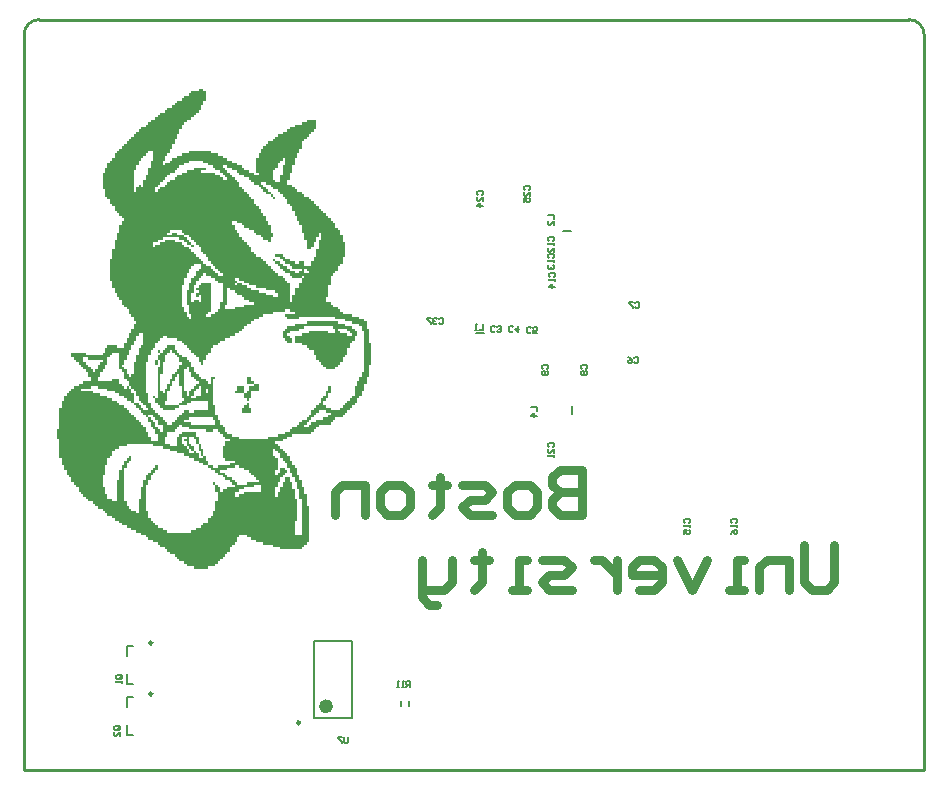
<source format=gbo>
%FSLAX44Y44*%
%MOMM*%
G71*
G01*
G75*
G04 Layer_Color=32896*
%ADD10R,1.8034X1.1176*%
%ADD11R,5.3000X5.3000*%
%ADD12O,1.6500X0.2700*%
%ADD13O,0.2700X1.6500*%
%ADD14R,1.2700X1.2700*%
%ADD15R,0.7000X0.9000*%
%ADD16R,0.8000X0.9000*%
%ADD17R,0.9000X0.8000*%
%ADD18R,2.5400X1.6510*%
G04:AMPARAMS|DCode=19|XSize=1.651mm|YSize=2.54mm|CornerRadius=0.4128mm|HoleSize=0mm|Usage=FLASHONLY|Rotation=270.000|XOffset=0mm|YOffset=0mm|HoleType=Round|Shape=RoundedRectangle|*
%AMROUNDEDRECTD19*
21,1,1.6510,1.7145,0,0,270.0*
21,1,0.8255,2.5400,0,0,270.0*
1,1,0.8255,-0.8572,-0.4128*
1,1,0.8255,-0.8572,0.4128*
1,1,0.8255,0.8572,0.4128*
1,1,0.8255,0.8572,-0.4128*
%
%ADD19ROUNDEDRECTD19*%
%ADD20R,0.9000X0.7000*%
%ADD21R,1.7000X1.1000*%
%ADD22R,1.0000X2.7000*%
%ADD23R,3.2000X2.7000*%
%ADD24R,0.6096X0.5588*%
%ADD25R,2.6924X1.1176*%
%ADD26R,0.5588X0.6096*%
%ADD27R,2.0000X6.0000*%
%ADD28R,1.4000X1.1000*%
%ADD29R,1.1000X1.7000*%
%ADD30R,1.1000X1.4000*%
G04:AMPARAMS|DCode=31|XSize=1mm|YSize=1.55mm|CornerRadius=0.25mm|HoleSize=0mm|Usage=FLASHONLY|Rotation=270.000|XOffset=0mm|YOffset=0mm|HoleType=Round|Shape=RoundedRectangle|*
%AMROUNDEDRECTD31*
21,1,1.0000,1.0500,0,0,270.0*
21,1,0.5000,1.5500,0,0,270.0*
1,1,0.5000,-0.5250,-0.2500*
1,1,0.5000,-0.5250,0.2500*
1,1,0.5000,0.5250,0.2500*
1,1,0.5000,0.5250,-0.2500*
%
%ADD31ROUNDEDRECTD31*%
%ADD32R,1.5500X1.0000*%
%ADD33R,3.3000X1.8000*%
%ADD34R,1.0000X1.5000*%
G04:AMPARAMS|DCode=35|XSize=1mm|YSize=1.5mm|CornerRadius=0.25mm|HoleSize=0mm|Usage=FLASHONLY|Rotation=180.000|XOffset=0mm|YOffset=0mm|HoleType=Round|Shape=RoundedRectangle|*
%AMROUNDEDRECTD35*
21,1,1.0000,1.0000,0,0,180.0*
21,1,0.5000,1.5000,0,0,180.0*
1,1,0.5000,-0.2500,0.5000*
1,1,0.5000,0.2500,0.5000*
1,1,0.5000,0.2500,-0.5000*
1,1,0.5000,-0.2500,-0.5000*
%
%ADD35ROUNDEDRECTD35*%
%ADD36R,2.3876X3.0988*%
%ADD37R,1.9812X0.4608*%
%ADD38R,0.6000X0.8500*%
%ADD39C,1.2700*%
%ADD40C,0.2032*%
%ADD41C,0.3048*%
%ADD42C,0.4064*%
%ADD43C,0.4277*%
%ADD44C,0.3999*%
%ADD45C,0.4572*%
%ADD46C,0.7620*%
%ADD47C,0.6350*%
%ADD48C,0.2540*%
%ADD49R,6.8580X10.1600*%
%ADD50R,8.8900X8.8900*%
%ADD51R,12.7000X8.8900*%
%ADD52R,1.5240X1.5240*%
%ADD53C,1.5240*%
%ADD54C,1.8000*%
%ADD55C,1.7272*%
%ADD56C,2.4000*%
%ADD57C,1.5000*%
%ADD58R,1.5000X1.5000*%
%ADD59R,1.5000X1.5000*%
%ADD60C,0.6350*%
%ADD61C,0.6096*%
%ADD62C,0.6600*%
%ADD63C,1.0160*%
%ADD64C,0.3810*%
%ADD65R,4.5720X4.4450*%
%ADD66R,6.9850X1.7780*%
%ADD67C,2.0320*%
G04:AMPARAMS|DCode=68|XSize=2.524mm|YSize=2.524mm|CornerRadius=0mm|HoleSize=0mm|Usage=FLASHONLY|Rotation=0.000|XOffset=0mm|YOffset=0mm|HoleType=Round|Shape=Relief|Width=0.254mm|Gap=0.254mm|Entries=4|*
%AMTHD68*
7,0,0,2.5240,2.0160,0.2540,45*
%
%ADD68THD68*%
%ADD69C,2.0160*%
%ADD70C,2.0828*%
%ADD71C,2.8160*%
%ADD72C,1.9160*%
G04:AMPARAMS|DCode=73|XSize=2.424mm|YSize=2.424mm|CornerRadius=0mm|HoleSize=0mm|Usage=FLASHONLY|Rotation=0.000|XOffset=0mm|YOffset=0mm|HoleType=Round|Shape=Relief|Width=0.254mm|Gap=0.254mm|Entries=4|*
%AMTHD73*
7,0,0,2.4240,1.9160,0.2540,45*
%
%ADD73THD73*%
%ADD74C,1.3970*%
%ADD75C,1.3208*%
%ADD76C,1.3460*%
%ADD77R,4.4450X4.4450*%
G04:AMPARAMS|DCode=78|XSize=2.54mm|YSize=2.54mm|CornerRadius=0mm|HoleSize=0mm|Usage=FLASHONLY|Rotation=0.000|XOffset=0mm|YOffset=0mm|HoleType=Round|Shape=Relief|Width=0.254mm|Gap=0.254mm|Entries=4|*
%AMTHD78*
7,0,0,2.5400,2.0320,0.2540,45*
%
%ADD78THD78*%
G04:AMPARAMS|DCode=79|XSize=3.324mm|YSize=3.324mm|CornerRadius=0mm|HoleSize=0mm|Usage=FLASHONLY|Rotation=0.000|XOffset=0mm|YOffset=0mm|HoleType=Round|Shape=Relief|Width=0.254mm|Gap=0.254mm|Entries=4|*
%AMTHD79*
7,0,0,3.3240,2.8160,0.2540,45*
%
%ADD79THD79*%
%ADD80R,1.8000X0.7000*%
G04:AMPARAMS|DCode=81|XSize=0.7mm|YSize=1.8mm|CornerRadius=0.175mm|HoleSize=0mm|Usage=FLASHONLY|Rotation=90.000|XOffset=0mm|YOffset=0mm|HoleType=Round|Shape=RoundedRectangle|*
%AMROUNDEDRECTD81*
21,1,0.7000,1.4500,0,0,90.0*
21,1,0.3500,1.8000,0,0,90.0*
1,1,0.3500,0.7250,0.1750*
1,1,0.3500,0.7250,-0.1750*
1,1,0.3500,-0.7250,-0.1750*
1,1,0.3500,-0.7250,0.1750*
%
%ADD81ROUNDEDRECTD81*%
%ADD82O,1.8500X0.3500*%
%ADD83C,0.6000*%
%ADD84C,0.2500*%
%ADD85C,0.1524*%
%ADD86C,0.1270*%
%ADD87C,0.2000*%
%ADD88C,0.1778*%
%ADD89R,8.1280X3.3020*%
%ADD90R,1.9558X1.2700*%
%ADD91R,5.4524X5.4524*%
%ADD92O,1.8024X0.4224*%
%ADD93O,0.4224X1.8024*%
%ADD94R,1.4224X1.4224*%
%ADD95R,0.8524X1.0524*%
%ADD96R,0.9524X1.0524*%
%ADD97R,1.0524X0.9524*%
%ADD98R,2.6924X1.8034*%
G04:AMPARAMS|DCode=99|XSize=1.8034mm|YSize=2.6924mm|CornerRadius=0.4508mm|HoleSize=0mm|Usage=FLASHONLY|Rotation=270.000|XOffset=0mm|YOffset=0mm|HoleType=Round|Shape=RoundedRectangle|*
%AMROUNDEDRECTD99*
21,1,1.8034,1.7907,0,0,270.0*
21,1,0.9017,2.6924,0,0,270.0*
1,1,0.9017,-0.8953,-0.4508*
1,1,0.9017,-0.8953,0.4508*
1,1,0.9017,0.8953,0.4508*
1,1,0.9017,0.8953,-0.4508*
%
%ADD99ROUNDEDRECTD99*%
%ADD100R,1.0524X0.8524*%
%ADD101R,1.8524X1.2524*%
%ADD102R,1.1524X2.8524*%
%ADD103R,3.3524X2.8524*%
%ADD104R,0.7620X0.7112*%
%ADD105R,2.8448X1.2700*%
%ADD106R,0.7112X0.7620*%
%ADD107R,2.1524X6.1524*%
%ADD108R,1.5524X1.2524*%
%ADD109R,1.2524X1.8524*%
%ADD110R,1.2524X1.5524*%
G04:AMPARAMS|DCode=111|XSize=1.1524mm|YSize=1.7024mm|CornerRadius=0.2881mm|HoleSize=0mm|Usage=FLASHONLY|Rotation=270.000|XOffset=0mm|YOffset=0mm|HoleType=Round|Shape=RoundedRectangle|*
%AMROUNDEDRECTD111*
21,1,1.1524,1.1262,0,0,270.0*
21,1,0.5762,1.7024,0,0,270.0*
1,1,0.5762,-0.5631,-0.2881*
1,1,0.5762,-0.5631,0.2881*
1,1,0.5762,0.5631,0.2881*
1,1,0.5762,0.5631,-0.2881*
%
%ADD111ROUNDEDRECTD111*%
%ADD112R,1.7024X1.1524*%
%ADD113R,3.4524X1.9524*%
%ADD114R,1.1524X1.6524*%
G04:AMPARAMS|DCode=115|XSize=1.1524mm|YSize=1.6524mm|CornerRadius=0.2881mm|HoleSize=0mm|Usage=FLASHONLY|Rotation=180.000|XOffset=0mm|YOffset=0mm|HoleType=Round|Shape=RoundedRectangle|*
%AMROUNDEDRECTD115*
21,1,1.1524,1.0762,0,0,180.0*
21,1,0.5762,1.6524,0,0,180.0*
1,1,0.5762,-0.2881,0.5381*
1,1,0.5762,0.2881,0.5381*
1,1,0.5762,0.2881,-0.5381*
1,1,0.5762,-0.2881,-0.5381*
%
%ADD115ROUNDEDRECTD115*%
%ADD116R,2.5400X3.2512*%
%ADD117R,2.1336X0.6132*%
%ADD118R,0.7524X1.0024*%
%ADD119R,1.6764X1.6764*%
%ADD120C,1.6764*%
%ADD121C,1.9524*%
%ADD122C,1.8796*%
%ADD123C,2.5524*%
%ADD124C,1.6524*%
%ADD125R,1.6524X1.6524*%
%ADD126R,1.6524X1.6524*%
%ADD127C,0.7874*%
%ADD128C,0.7620*%
%ADD129R,1.9524X0.8524*%
G04:AMPARAMS|DCode=130|XSize=0.8524mm|YSize=1.9524mm|CornerRadius=0.2131mm|HoleSize=0mm|Usage=FLASHONLY|Rotation=90.000|XOffset=0mm|YOffset=0mm|HoleType=Round|Shape=RoundedRectangle|*
%AMROUNDEDRECTD130*
21,1,0.8524,1.5262,0,0,90.0*
21,1,0.4262,1.9524,0,0,90.0*
1,1,0.4262,0.7631,0.2131*
1,1,0.4262,0.7631,-0.2131*
1,1,0.4262,-0.7631,-0.2131*
1,1,0.4262,-0.7631,0.2131*
%
%ADD130ROUNDEDRECTD130*%
%ADD131O,2.0024X0.5024*%
%ADD132C,0.8124*%
G36*
X342392Y770128D02*
X344424D01*
Y762000D01*
X342392D01*
Y757936D01*
X340360D01*
Y753872D01*
X338328D01*
Y751840D01*
X336296D01*
Y749808D01*
X334264D01*
Y747776D01*
X332232D01*
Y745744D01*
X328168D01*
Y743712D01*
X326136D01*
Y741680D01*
X324104D01*
Y737616D01*
X322072D01*
Y733552D01*
X320040D01*
Y729488D01*
X318008D01*
Y725424D01*
X315976D01*
Y721360D01*
X313944D01*
Y717296D01*
X311912D01*
Y715264D01*
X309880D01*
Y711200D01*
X307848D01*
Y707136D01*
X309880D01*
Y709168D01*
X313944D01*
Y711200D01*
X315976D01*
Y713232D01*
X320040D01*
Y715264D01*
X324104D01*
Y717296D01*
X330200D01*
Y719328D01*
X348488D01*
Y717296D01*
X354584D01*
Y715264D01*
X358648D01*
Y713232D01*
X362712D01*
Y711200D01*
X366776D01*
Y709168D01*
X370840D01*
Y707136D01*
X374904D01*
Y705104D01*
X376936D01*
Y703072D01*
X381000D01*
Y701040D01*
X385064D01*
Y699008D01*
X389128D01*
Y701040D01*
X387096D01*
Y713232D01*
X389128D01*
Y717296D01*
X391160D01*
Y721360D01*
X393192D01*
Y723392D01*
X395224D01*
Y725424D01*
X397256D01*
Y727456D01*
X401320D01*
Y729488D01*
X403352D01*
Y731520D01*
X405384D01*
Y733552D01*
X409448D01*
Y735584D01*
X413512D01*
Y737616D01*
X415544D01*
Y739648D01*
X419608D01*
Y741680D01*
X425704D01*
Y743712D01*
X429768D01*
Y745744D01*
X437896D01*
Y737616D01*
X435864D01*
Y735584D01*
X433832D01*
Y733552D01*
X431800D01*
Y731520D01*
X429768D01*
Y729488D01*
X427736D01*
Y727456D01*
X425704D01*
Y721360D01*
X423672D01*
Y717296D01*
X421640D01*
Y713232D01*
X419608D01*
Y707136D01*
X417576D01*
Y701040D01*
X415544D01*
Y694944D01*
X413512D01*
Y690880D01*
X417576D01*
Y688848D01*
X419608D01*
Y686816D01*
X421640D01*
Y684784D01*
X425704D01*
Y682752D01*
X427736D01*
Y680720D01*
X431800D01*
Y678688D01*
X433832D01*
Y676656D01*
X435864D01*
Y674624D01*
X437896D01*
Y672592D01*
X439928D01*
Y670560D01*
X441960D01*
Y668528D01*
X443992D01*
Y666496D01*
X446024D01*
Y664464D01*
X448056D01*
Y662432D01*
X450088D01*
Y660400D01*
X452120D01*
Y658368D01*
X454152D01*
Y654304D01*
X456184D01*
Y652272D01*
X458216D01*
Y648208D01*
X460248D01*
Y642112D01*
X462280D01*
Y629920D01*
X460248D01*
Y623824D01*
X458216D01*
Y621792D01*
X456184D01*
Y617728D01*
X454152D01*
Y615696D01*
X452120D01*
Y613664D01*
X450088D01*
Y605536D01*
X448056D01*
Y595376D01*
X446024D01*
Y591312D01*
X450088D01*
Y589280D01*
X452120D01*
Y587248D01*
X456184D01*
Y585216D01*
X458216D01*
Y583184D01*
X460248D01*
Y581152D01*
X468376D01*
Y579120D01*
X474472D01*
Y577088D01*
X478536D01*
Y575056D01*
X480568D01*
Y568960D01*
X482600D01*
Y556768D01*
X484632D01*
Y538480D01*
X482600D01*
Y528320D01*
X480568D01*
Y522224D01*
X478536D01*
Y516128D01*
X476504D01*
Y512064D01*
X474472D01*
Y510032D01*
X472440D01*
Y505968D01*
X470408D01*
Y503936D01*
X468376D01*
Y501904D01*
X466344D01*
Y499872D01*
X464312D01*
Y497840D01*
X462280D01*
Y495808D01*
X460248D01*
Y493776D01*
X454152D01*
Y491744D01*
X452120D01*
Y489712D01*
X450088D01*
Y487680D01*
X439928D01*
Y485648D01*
X437896D01*
Y483616D01*
X435864D01*
Y481584D01*
X433832D01*
Y479552D01*
X417576D01*
Y477520D01*
X413512D01*
Y475488D01*
X409448D01*
Y473456D01*
X403352D01*
Y471424D01*
X405384D01*
Y469392D01*
X407416D01*
Y467360D01*
X409448D01*
Y465328D01*
X411480D01*
Y463296D01*
X413512D01*
Y461264D01*
X415544D01*
Y457200D01*
X417576D01*
Y453136D01*
X419608D01*
Y451104D01*
X421640D01*
Y445008D01*
X423672D01*
Y440944D01*
X425704D01*
Y434848D01*
X427736D01*
Y428752D01*
X429768D01*
Y418592D01*
X431800D01*
Y388112D01*
X429768D01*
Y386080D01*
X427736D01*
Y384048D01*
X425704D01*
Y382016D01*
X407416D01*
Y384048D01*
X401320D01*
Y386080D01*
X393192D01*
Y388112D01*
X387096D01*
Y390144D01*
X383032D01*
Y392176D01*
X378968D01*
Y394208D01*
X372872D01*
Y392176D01*
X370840D01*
Y388112D01*
X368808D01*
Y386080D01*
X366776D01*
Y384048D01*
X364744D01*
Y379984D01*
X362712D01*
Y377952D01*
X360680D01*
Y375920D01*
X358648D01*
Y373888D01*
X356616D01*
Y371856D01*
X354584D01*
Y369824D01*
X352552D01*
Y367792D01*
X346456D01*
Y365760D01*
X334264D01*
Y367792D01*
X328168D01*
Y369824D01*
X326136D01*
Y371856D01*
X322072D01*
Y373888D01*
X320040D01*
Y375920D01*
X318008D01*
Y377952D01*
X313944D01*
Y379984D01*
X311912D01*
Y382016D01*
X309880D01*
Y384048D01*
X305816D01*
Y386080D01*
X303784D01*
Y388112D01*
X299720D01*
Y390144D01*
X295656D01*
Y392176D01*
X293624D01*
Y394208D01*
X289560D01*
Y396240D01*
X285496D01*
Y398272D01*
X281432D01*
Y400304D01*
X277368D01*
Y402336D01*
X273304D01*
Y404368D01*
X271272D01*
Y406400D01*
X267208D01*
Y408432D01*
X265176D01*
Y410464D01*
X261112D01*
Y412496D01*
X259080D01*
Y414528D01*
X257048D01*
Y416560D01*
X252984D01*
Y418592D01*
X250952D01*
Y420624D01*
X248920D01*
Y422656D01*
X244856D01*
Y424688D01*
X242824D01*
Y426720D01*
X240792D01*
Y428752D01*
X238760D01*
Y430784D01*
X236728D01*
Y434848D01*
X234696D01*
Y436880D01*
X232664D01*
Y438912D01*
X230632D01*
Y442976D01*
X228600D01*
Y445008D01*
X226568D01*
Y449072D01*
X224536D01*
Y453136D01*
X222504D01*
Y459232D01*
X220472D01*
Y475488D01*
X218440D01*
Y483616D01*
X220472D01*
Y501904D01*
X222504D01*
Y508000D01*
X224536D01*
Y512064D01*
X226568D01*
Y514096D01*
X228600D01*
Y516128D01*
X230632D01*
Y518160D01*
X232664D01*
Y520192D01*
X236728D01*
Y522224D01*
X240792D01*
Y524256D01*
X246888D01*
Y528320D01*
X244856D01*
Y532384D01*
X242824D01*
Y534416D01*
X240792D01*
Y536448D01*
X238760D01*
Y538480D01*
X236728D01*
Y540512D01*
X234696D01*
Y542544D01*
X232664D01*
Y544576D01*
X230632D01*
Y548640D01*
X242824D01*
Y546608D01*
X257048D01*
Y548640D01*
X259080D01*
Y552704D01*
X261112D01*
Y554736D01*
X269240D01*
Y552704D01*
X275336D01*
Y556768D01*
X277368D01*
Y560832D01*
X279400D01*
Y564896D01*
X281432D01*
Y568960D01*
X283464D01*
Y573024D01*
X285496D01*
Y575056D01*
X283464D01*
Y579120D01*
X281432D01*
Y581152D01*
X279400D01*
Y585216D01*
X277368D01*
Y587248D01*
X275336D01*
Y589280D01*
X273304D01*
Y593344D01*
X271272D01*
Y595376D01*
X269240D01*
Y599440D01*
X267208D01*
Y603504D01*
X265176D01*
Y609600D01*
X263144D01*
Y627888D01*
X265176D01*
Y636016D01*
X267208D01*
Y644144D01*
X269240D01*
Y650240D01*
X271272D01*
Y656336D01*
X273304D01*
Y660400D01*
X275336D01*
Y662432D01*
X273304D01*
Y664464D01*
X271272D01*
Y666496D01*
X269240D01*
Y668528D01*
X267208D01*
Y672592D01*
X265176D01*
Y674624D01*
X263144D01*
Y678688D01*
X261112D01*
Y680720D01*
X259080D01*
Y686816D01*
X257048D01*
Y701040D01*
X259080D01*
Y705104D01*
X261112D01*
Y709168D01*
X263144D01*
Y711200D01*
X265176D01*
Y713232D01*
X267208D01*
Y717296D01*
X269240D01*
Y719328D01*
X271272D01*
Y721360D01*
X273304D01*
Y723392D01*
X275336D01*
Y725424D01*
X277368D01*
Y727456D01*
X279400D01*
Y729488D01*
X281432D01*
Y731520D01*
X283464D01*
Y733552D01*
X285496D01*
Y735584D01*
X287528D01*
Y737616D01*
X289560D01*
Y739648D01*
X293624D01*
Y741680D01*
X295656D01*
Y743712D01*
X297688D01*
Y745744D01*
X301752D01*
Y747776D01*
X303784D01*
Y749808D01*
X305816D01*
Y751840D01*
X309880D01*
Y753872D01*
X311912D01*
Y755904D01*
X315976D01*
Y757936D01*
X318008D01*
Y759968D01*
X320040D01*
Y762000D01*
X324104D01*
Y764032D01*
X326136D01*
Y766064D01*
X330200D01*
Y768096D01*
X332232D01*
Y770128D01*
X338328D01*
Y772160D01*
X342392D01*
Y770128D01*
D02*
G37*
%LPC*%
G36*
X340360Y520192D02*
X338328D01*
Y518160D01*
X336296D01*
Y516128D01*
X334264D01*
Y514096D01*
Y512064D01*
X332232D01*
Y510032D01*
X336296D01*
Y512064D01*
X340360D01*
Y514096D01*
Y516128D01*
Y518160D01*
Y520192D01*
D02*
G37*
G36*
X271272Y548640D02*
X265176D01*
Y546608D01*
X263144D01*
Y544576D01*
X261112D01*
Y542544D01*
Y540512D01*
Y538480D01*
X259080D01*
Y536448D01*
Y534416D01*
X257048D01*
Y532384D01*
X255016D01*
Y530352D01*
Y528320D01*
X252984D01*
Y526288D01*
Y524256D01*
X265176D01*
Y526288D01*
X271272D01*
Y524256D01*
Y522224D01*
X273304D01*
Y520192D01*
X275336D01*
Y518160D01*
X277368D01*
Y520192D01*
X279400D01*
Y518160D01*
X281432D01*
Y516128D01*
Y514096D01*
X283464D01*
Y512064D01*
Y510032D01*
Y508000D01*
Y505968D01*
X287528D01*
Y503936D01*
X289560D01*
Y501904D01*
X291592D01*
Y499872D01*
X295656D01*
Y501904D01*
X293624D01*
Y503936D01*
X291592D01*
Y505968D01*
X289560D01*
Y508000D01*
X287528D01*
Y510032D01*
Y512064D01*
X285496D01*
Y514096D01*
Y516128D01*
X283464D01*
Y518160D01*
X281432D01*
Y520192D01*
X279400D01*
Y522224D01*
Y524256D01*
X277368D01*
Y526288D01*
X275336D01*
Y528320D01*
Y530352D01*
Y532384D01*
X273304D01*
Y534416D01*
X271272D01*
Y536448D01*
Y538480D01*
Y540512D01*
Y542544D01*
Y544576D01*
Y546608D01*
Y548640D01*
D02*
G37*
G36*
X446024Y499872D02*
X439928D01*
Y497840D01*
X437896D01*
Y495808D01*
X435864D01*
Y493776D01*
X433832D01*
Y491744D01*
X431800D01*
Y489712D01*
X429768D01*
Y487680D01*
X427736D01*
Y485648D01*
X431800D01*
Y487680D01*
X433832D01*
Y489712D01*
X437896D01*
Y491744D01*
X443992D01*
Y493776D01*
X448056D01*
Y495808D01*
X450088D01*
Y497840D01*
X446024D01*
Y499872D01*
D02*
G37*
G36*
X350520Y493776D02*
X330200D01*
Y491744D01*
X326136D01*
Y489712D01*
X332232D01*
Y487680D01*
X352552D01*
Y489712D01*
Y491744D01*
X350520D01*
Y493776D01*
D02*
G37*
G36*
X346456Y518160D02*
X344424D01*
Y516128D01*
Y514096D01*
X346456D01*
Y516128D01*
Y518160D01*
D02*
G37*
G36*
X291592Y564896D02*
X287528D01*
Y562864D01*
X285496D01*
Y560832D01*
Y558800D01*
X283464D01*
Y556768D01*
Y554736D01*
X281432D01*
Y552704D01*
Y550672D01*
X279400D01*
Y548640D01*
Y546608D01*
X277368D01*
Y544576D01*
Y542544D01*
X275336D01*
Y540512D01*
Y538480D01*
X273304D01*
Y536448D01*
X275336D01*
Y534416D01*
X277368D01*
Y532384D01*
Y530352D01*
X279400D01*
Y528320D01*
X281432D01*
Y530352D01*
X283464D01*
Y532384D01*
Y534416D01*
Y536448D01*
Y538480D01*
Y540512D01*
X285496D01*
Y542544D01*
Y544576D01*
Y546608D01*
X287528D01*
Y548640D01*
Y550672D01*
Y552704D01*
X289560D01*
Y554736D01*
X291592D01*
Y556768D01*
Y558800D01*
Y560832D01*
Y562864D01*
Y564896D01*
D02*
G37*
G36*
X330200Y536448D02*
X328168D01*
Y534416D01*
X326136D01*
Y532384D01*
Y530352D01*
Y528320D01*
Y526288D01*
Y524256D01*
Y522224D01*
Y520192D01*
Y518160D01*
Y516128D01*
X328168D01*
Y514096D01*
Y512064D01*
X330200D01*
Y514096D01*
Y516128D01*
X332232D01*
Y518160D01*
X334264D01*
Y520192D01*
X336296D01*
Y522224D01*
X338328D01*
Y524256D01*
X336296D01*
Y526288D01*
X334264D01*
Y528320D01*
X332232D01*
Y530352D01*
Y532384D01*
X330200D01*
Y534416D01*
Y536448D01*
D02*
G37*
G36*
X315976Y550672D02*
X313944D01*
Y548640D01*
X311912D01*
Y546608D01*
X309880D01*
Y544576D01*
Y542544D01*
Y540512D01*
X307848D01*
Y538480D01*
Y536448D01*
Y534416D01*
Y532384D01*
Y530352D01*
X305816D01*
Y528320D01*
Y526288D01*
Y524256D01*
Y522224D01*
Y520192D01*
Y518160D01*
Y516128D01*
X307848D01*
Y514096D01*
X309880D01*
Y516128D01*
Y518160D01*
X311912D01*
Y520192D01*
Y522224D01*
X313944D01*
Y524256D01*
Y526288D01*
X315976D01*
Y528320D01*
Y530352D01*
X318008D01*
Y532384D01*
X320040D01*
Y534416D01*
X322072D01*
Y536448D01*
Y538480D01*
X324104D01*
Y540512D01*
X322072D01*
Y542544D01*
Y544576D01*
X320040D01*
Y546608D01*
X318008D01*
Y548640D01*
X315976D01*
Y550672D01*
D02*
G37*
G36*
X299720Y471424D02*
X277368D01*
Y469392D01*
X271272D01*
Y467360D01*
X267208D01*
Y465328D01*
X265176D01*
Y463296D01*
Y461264D01*
X263144D01*
Y459232D01*
X261112D01*
Y457200D01*
Y455168D01*
Y453136D01*
X259080D01*
Y451104D01*
Y449072D01*
Y447040D01*
Y445008D01*
X257048D01*
Y442976D01*
Y440944D01*
Y438912D01*
Y436880D01*
Y434848D01*
X259080D01*
Y432816D01*
Y430784D01*
Y428752D01*
X261112D01*
Y426720D01*
Y424688D01*
X265176D01*
Y422656D01*
X269240D01*
Y424688D01*
Y426720D01*
Y428752D01*
Y430784D01*
Y432816D01*
Y434848D01*
Y436880D01*
Y438912D01*
Y440944D01*
X271272D01*
Y442976D01*
Y445008D01*
Y447040D01*
Y449072D01*
X273304D01*
Y451104D01*
Y453136D01*
X275336D01*
Y455168D01*
Y457200D01*
X277368D01*
Y459232D01*
X279400D01*
Y461264D01*
X281432D01*
Y459232D01*
Y457200D01*
X279400D01*
Y455168D01*
X277368D01*
Y453136D01*
Y451104D01*
X275336D01*
Y449072D01*
Y447040D01*
Y445008D01*
Y442976D01*
Y440944D01*
Y438912D01*
Y436880D01*
Y434848D01*
Y432816D01*
Y430784D01*
Y428752D01*
Y426720D01*
Y424688D01*
Y422656D01*
X277368D01*
Y420624D01*
Y418592D01*
X279400D01*
Y416560D01*
X281432D01*
Y414528D01*
X285496D01*
Y412496D01*
X287528D01*
Y414528D01*
Y416560D01*
Y418592D01*
Y420624D01*
Y422656D01*
Y424688D01*
X289560D01*
Y426720D01*
Y428752D01*
Y430784D01*
Y432816D01*
Y434848D01*
X291592D01*
Y436880D01*
Y438912D01*
Y440944D01*
X293624D01*
Y442976D01*
Y445008D01*
X295656D01*
Y447040D01*
X297688D01*
Y449072D01*
X299720D01*
Y451104D01*
X301752D01*
Y453136D01*
X303784D01*
Y451104D01*
Y449072D01*
X301752D01*
Y447040D01*
X299720D01*
Y445008D01*
X297688D01*
Y442976D01*
Y440944D01*
X295656D01*
Y438912D01*
Y436880D01*
X293624D01*
Y434848D01*
Y432816D01*
Y430784D01*
Y428752D01*
Y426720D01*
Y424688D01*
Y422656D01*
Y420624D01*
Y418592D01*
Y416560D01*
Y414528D01*
X295656D01*
Y412496D01*
Y410464D01*
Y408432D01*
X297688D01*
Y406400D01*
X299720D01*
Y404368D01*
X301752D01*
Y402336D01*
X303784D01*
Y400304D01*
X307848D01*
Y398272D01*
X311912D01*
Y396240D01*
X332232D01*
Y398272D01*
X336296D01*
Y400304D01*
X340360D01*
Y402336D01*
X342392D01*
Y404368D01*
X346456D01*
Y406400D01*
Y408432D01*
X348488D01*
Y410464D01*
X350520D01*
Y412496D01*
Y414528D01*
X352552D01*
Y416560D01*
Y418592D01*
Y420624D01*
Y422656D01*
X354584D01*
Y424688D01*
Y426720D01*
Y428752D01*
Y430784D01*
X352552D01*
Y432816D01*
Y434848D01*
Y436880D01*
X350520D01*
Y438912D01*
X352552D01*
Y436880D01*
X354584D01*
Y434848D01*
X356616D01*
Y432816D01*
Y430784D01*
X358648D01*
Y432816D01*
X362712D01*
Y434848D01*
X368808D01*
Y436880D01*
X366776D01*
Y438912D01*
X364744D01*
Y440944D01*
X360680D01*
Y442976D01*
X358648D01*
Y445008D01*
X354584D01*
Y447040D01*
X352552D01*
Y449072D01*
X348488D01*
Y451104D01*
X346456D01*
Y453136D01*
X342392D01*
Y455168D01*
X338328D01*
Y457200D01*
X334264D01*
Y459232D01*
X330200D01*
Y461264D01*
X326136D01*
Y463296D01*
X320040D01*
Y465328D01*
X313944D01*
Y467360D01*
X307848D01*
Y469392D01*
X299720D01*
Y471424D01*
D02*
G37*
G36*
X372872Y453136D02*
X368808D01*
Y451104D01*
X362712D01*
Y449072D01*
X356616D01*
Y447040D01*
X360680D01*
Y445008D01*
X362712D01*
Y442976D01*
X366776D01*
Y440944D01*
X368808D01*
Y438912D01*
X370840D01*
Y436880D01*
X378968D01*
Y438912D01*
X389128D01*
Y440944D01*
X387096D01*
Y442976D01*
X385064D01*
Y445008D01*
X383032D01*
Y447040D01*
X381000D01*
Y449072D01*
X376936D01*
Y451104D01*
X372872D01*
Y453136D01*
D02*
G37*
G36*
X403352Y467360D02*
X401320D01*
Y465328D01*
Y463296D01*
Y461264D01*
X403352D01*
Y459232D01*
X405384D01*
Y457200D01*
Y455168D01*
Y453136D01*
Y451104D01*
Y449072D01*
X403352D01*
Y447040D01*
Y445008D01*
X405384D01*
Y447040D01*
X407416D01*
Y449072D01*
Y451104D01*
X411480D01*
Y449072D01*
X413512D01*
Y447040D01*
X411480D01*
Y445008D01*
X409448D01*
Y442976D01*
X407416D01*
Y440944D01*
Y438912D01*
X405384D01*
Y436880D01*
Y434848D01*
X403352D01*
Y432816D01*
Y430784D01*
Y428752D01*
Y426720D01*
X405384D01*
Y428752D01*
Y430784D01*
X407416D01*
Y432816D01*
Y434848D01*
X409448D01*
Y436880D01*
Y438912D01*
X411480D01*
Y440944D01*
Y442976D01*
X415544D01*
Y440944D01*
Y438912D01*
X417576D01*
Y436880D01*
Y434848D01*
Y432816D01*
X419608D01*
Y430784D01*
Y428752D01*
Y426720D01*
Y424688D01*
X421640D01*
Y422656D01*
Y420624D01*
Y418592D01*
Y416560D01*
Y414528D01*
Y412496D01*
Y410464D01*
Y408432D01*
Y406400D01*
X419608D01*
Y404368D01*
Y402336D01*
Y400304D01*
Y398272D01*
Y396240D01*
Y394208D01*
X425704D01*
Y396240D01*
Y398272D01*
Y400304D01*
Y402336D01*
Y404368D01*
Y406400D01*
Y408432D01*
Y410464D01*
Y412496D01*
Y414528D01*
Y416560D01*
Y418592D01*
Y420624D01*
Y422656D01*
Y424688D01*
X423672D01*
Y426720D01*
Y428752D01*
Y430784D01*
Y432816D01*
X421640D01*
Y434848D01*
Y436880D01*
Y438912D01*
X419608D01*
Y440944D01*
Y442976D01*
X417576D01*
Y445008D01*
Y447040D01*
X415544D01*
Y449072D01*
Y451104D01*
X413512D01*
Y453136D01*
Y455168D01*
X411480D01*
Y457200D01*
X409448D01*
Y459232D01*
X407416D01*
Y461264D01*
Y463296D01*
X405384D01*
Y465328D01*
X403352D01*
Y467360D01*
D02*
G37*
G36*
X391160Y436880D02*
X385064D01*
Y434848D01*
X376936D01*
Y432816D01*
X372872D01*
Y430784D01*
X368808D01*
Y428752D01*
Y426720D01*
X372872D01*
Y428752D01*
X376936D01*
Y430784D01*
X391160D01*
Y432816D01*
Y434848D01*
Y436880D01*
D02*
G37*
G36*
X324104Y487680D02*
X322072D01*
Y485648D01*
X320040D01*
Y483616D01*
X318008D01*
Y481584D01*
X311912D01*
Y479552D01*
Y477520D01*
X309880D01*
Y475488D01*
Y473456D01*
Y471424D01*
X313944D01*
Y469392D01*
X320040D01*
Y471424D01*
Y473456D01*
Y475488D01*
Y477520D01*
X322072D01*
Y479552D01*
X324104D01*
Y481584D01*
X336296D01*
Y479552D01*
Y477520D01*
X338328D01*
Y475488D01*
Y473456D01*
Y471424D01*
X340360D01*
Y469392D01*
Y467360D01*
X342392D01*
Y465328D01*
Y463296D01*
Y461264D01*
X344424D01*
Y459232D01*
Y457200D01*
X346456D01*
Y455168D01*
Y453136D01*
X350520D01*
Y451104D01*
X354584D01*
Y453136D01*
X364744D01*
Y455168D01*
X368808D01*
Y457200D01*
X360680D01*
Y459232D01*
X358648D01*
Y461264D01*
Y463296D01*
Y465328D01*
Y467360D01*
Y469392D01*
X360680D01*
Y471424D01*
Y473456D01*
X364744D01*
Y475488D01*
X360680D01*
Y477520D01*
X358648D01*
Y479552D01*
X356616D01*
Y481584D01*
X354584D01*
Y483616D01*
X350520D01*
Y481584D01*
X344424D01*
Y483616D01*
X330200D01*
Y485648D01*
X324104D01*
Y487680D01*
D02*
G37*
G36*
X252984Y520192D02*
X246888D01*
Y518160D01*
X238760D01*
Y516128D01*
X248920D01*
Y514096D01*
X255016D01*
Y512064D01*
X261112D01*
Y510032D01*
X265176D01*
Y508000D01*
X269240D01*
Y505968D01*
X271272D01*
Y503936D01*
X275336D01*
Y501904D01*
X277368D01*
Y499872D01*
X279400D01*
Y497840D01*
X281432D01*
Y495808D01*
X283464D01*
Y493776D01*
X285496D01*
Y491744D01*
X287528D01*
Y489712D01*
X289560D01*
Y487680D01*
X291592D01*
Y485648D01*
X293624D01*
Y483616D01*
Y481584D01*
X295656D01*
Y479552D01*
Y477520D01*
X297688D01*
Y475488D01*
Y473456D01*
X303784D01*
Y475488D01*
Y477520D01*
Y479552D01*
X301752D01*
Y481584D01*
Y483616D01*
X299720D01*
Y485648D01*
X297688D01*
Y487680D01*
Y489712D01*
X295656D01*
Y491744D01*
Y493776D01*
X293624D01*
Y495808D01*
X291592D01*
Y497840D01*
X289560D01*
Y499872D01*
X287528D01*
Y501904D01*
X285496D01*
Y503936D01*
X283464D01*
Y505968D01*
X281432D01*
Y508000D01*
X277368D01*
Y510032D01*
X275336D01*
Y512064D01*
X271272D01*
Y514096D01*
X267208D01*
Y516128D01*
X261112D01*
Y518160D01*
X252984D01*
Y520192D01*
D02*
G37*
G36*
X299720Y495808D02*
X295656D01*
Y493776D01*
X297688D01*
Y491744D01*
X299720D01*
Y489712D01*
X301752D01*
Y487680D01*
Y485648D01*
X303784D01*
Y483616D01*
X305816D01*
Y481584D01*
X307848D01*
Y483616D01*
Y485648D01*
Y487680D01*
X303784D01*
Y489712D01*
Y491744D01*
X301752D01*
Y493776D01*
X299720D01*
Y495808D01*
D02*
G37*
G36*
X334264Y477520D02*
X330200D01*
Y475488D01*
Y473456D01*
Y471424D01*
X332232D01*
Y469392D01*
X334264D01*
Y467360D01*
Y465328D01*
X336296D01*
Y463296D01*
X338328D01*
Y461264D01*
Y459232D01*
X342392D01*
Y461264D01*
X340360D01*
Y463296D01*
Y465328D01*
X338328D01*
Y467360D01*
Y469392D01*
Y471424D01*
X336296D01*
Y473456D01*
Y475488D01*
X334264D01*
Y477520D01*
D02*
G37*
G36*
X328168D02*
X324104D01*
Y475488D01*
Y473456D01*
Y471424D01*
X326136D01*
Y469392D01*
X328168D01*
Y467360D01*
X330200D01*
Y465328D01*
Y463296D01*
X334264D01*
Y465328D01*
X332232D01*
Y467360D01*
X330200D01*
Y469392D01*
X328168D01*
Y471424D01*
Y473456D01*
X326136D01*
Y475488D01*
X328168D01*
Y477520D01*
D02*
G37*
G36*
X427736Y613664D02*
X425704D01*
Y611632D01*
X427736D01*
Y613664D01*
D02*
G37*
G36*
X429768Y619760D02*
X427736D01*
Y617728D01*
Y615696D01*
X431800D01*
Y617728D01*
X429768D01*
Y619760D01*
D02*
G37*
G36*
X372872Y611632D02*
X368808D01*
Y609600D01*
X370840D01*
Y607568D01*
X374904D01*
Y605536D01*
X378968D01*
Y603504D01*
X383032D01*
Y601472D01*
X389128D01*
Y599440D01*
X395224D01*
Y597408D01*
X401320D01*
Y595376D01*
X405384D01*
Y597408D01*
Y599440D01*
X403352D01*
Y601472D01*
X395224D01*
Y603504D01*
X387096D01*
Y605536D01*
X381000D01*
Y607568D01*
X376936D01*
Y609600D01*
X372872D01*
Y611632D01*
D02*
G37*
G36*
X370840Y607568D02*
X368808D01*
Y605536D01*
X370840D01*
Y607568D01*
D02*
G37*
G36*
X324104Y652272D02*
X313944D01*
Y650240D01*
X311912D01*
Y648208D01*
X315976D01*
Y650240D01*
X320040D01*
Y648208D01*
X326136D01*
Y646176D01*
X328168D01*
Y644144D01*
X330200D01*
Y642112D01*
X332232D01*
Y640080D01*
X334264D01*
Y638048D01*
X332232D01*
Y640080D01*
X328168D01*
Y642112D01*
X326136D01*
Y644144D01*
X322072D01*
Y646176D01*
X307848D01*
Y644144D01*
X303784D01*
Y642112D01*
X299720D01*
Y640080D01*
Y638048D01*
X301752D01*
Y640080D01*
X305816D01*
Y642112D01*
X309880D01*
Y644144D01*
X318008D01*
Y642112D01*
X324104D01*
Y640080D01*
X326136D01*
Y638048D01*
X330200D01*
Y636016D01*
X332232D01*
Y633984D01*
X334264D01*
Y631952D01*
X336296D01*
Y629920D01*
X338328D01*
Y627888D01*
X340360D01*
Y625856D01*
X342392D01*
Y623824D01*
X344424D01*
Y621792D01*
X348488D01*
Y619760D01*
X350520D01*
Y617728D01*
X352552D01*
Y615696D01*
X354584D01*
Y613664D01*
X358648D01*
Y615696D01*
X356616D01*
Y617728D01*
X354584D01*
Y619760D01*
X352552D01*
Y621792D01*
X350520D01*
Y623824D01*
X348488D01*
Y625856D01*
X346456D01*
Y627888D01*
Y629920D01*
X344424D01*
Y631952D01*
X342392D01*
Y633984D01*
X340360D01*
Y636016D01*
Y638048D01*
X338328D01*
Y640080D01*
X336296D01*
Y642112D01*
X334264D01*
Y644144D01*
X332232D01*
Y646176D01*
X330200D01*
Y648208D01*
X326136D01*
Y650240D01*
X324104D01*
Y652272D01*
D02*
G37*
G36*
X411480Y713232D02*
X409448D01*
Y711200D01*
X407416D01*
Y709168D01*
X405384D01*
Y707136D01*
Y705104D01*
X403352D01*
Y703072D01*
X401320D01*
Y701040D01*
Y699008D01*
Y696976D01*
Y694944D01*
X403352D01*
Y692912D01*
X407416D01*
Y694944D01*
Y696976D01*
Y699008D01*
X409448D01*
Y701040D01*
Y703072D01*
Y705104D01*
Y707136D01*
X411480D01*
Y709168D01*
Y711200D01*
Y713232D01*
D02*
G37*
G36*
X342392Y711200D02*
X330200D01*
Y709168D01*
X326136D01*
Y707136D01*
X322072D01*
Y705104D01*
X320040D01*
Y703072D01*
X318008D01*
Y701040D01*
X313944D01*
Y699008D01*
X311912D01*
Y696976D01*
X309880D01*
Y694944D01*
X307848D01*
Y692912D01*
X305816D01*
Y690880D01*
X303784D01*
Y688848D01*
X301752D01*
Y686816D01*
Y684784D01*
X303784D01*
Y686816D01*
X305816D01*
Y688848D01*
X309880D01*
Y690880D01*
X311912D01*
Y692912D01*
X313944D01*
Y694944D01*
X318008D01*
Y696976D01*
X320040D01*
Y699008D01*
X324104D01*
Y701040D01*
X328168D01*
Y703072D01*
X334264D01*
Y705104D01*
X344424D01*
Y703072D01*
X340360D01*
Y701040D01*
X352552D01*
Y699008D01*
X356616D01*
Y696976D01*
X358648D01*
Y694944D01*
X362712D01*
Y696976D01*
X360680D01*
Y699008D01*
X358648D01*
Y701040D01*
X356616D01*
Y703072D01*
X352552D01*
Y705104D01*
X350520D01*
Y707136D01*
X346456D01*
Y709168D01*
X342392D01*
Y711200D01*
D02*
G37*
G36*
X362712Y707136D02*
X358648D01*
Y705104D01*
X360680D01*
Y703072D01*
X362712D01*
Y701040D01*
X364744D01*
Y699008D01*
X366776D01*
Y696976D01*
X368808D01*
Y694944D01*
X370840D01*
Y692912D01*
X372872D01*
Y690880D01*
Y688848D01*
X374904D01*
Y686816D01*
X376936D01*
Y684784D01*
X378968D01*
Y682752D01*
X381000D01*
Y680720D01*
X383032D01*
Y678688D01*
X385064D01*
Y676656D01*
Y674624D01*
X387096D01*
Y672592D01*
X389128D01*
Y670560D01*
X391160D01*
Y668528D01*
Y666496D01*
X393192D01*
Y664464D01*
X395224D01*
Y662432D01*
Y660400D01*
X397256D01*
Y658368D01*
Y656336D01*
X399288D01*
Y654304D01*
Y652272D01*
Y650240D01*
X401320D01*
Y648208D01*
Y646176D01*
X399288D01*
Y644144D01*
Y642112D01*
X397256D01*
Y644144D01*
X393192D01*
Y646176D01*
X391160D01*
Y648208D01*
X387096D01*
Y650240D01*
X385064D01*
Y652272D01*
X381000D01*
Y654304D01*
X376936D01*
Y656336D01*
X374904D01*
Y658368D01*
X370840D01*
Y660400D01*
X366776D01*
Y658368D01*
Y656336D01*
X368808D01*
Y654304D01*
Y652272D01*
X370840D01*
Y650240D01*
X372872D01*
Y648208D01*
Y646176D01*
X374904D01*
Y644144D01*
X376936D01*
Y642112D01*
X378968D01*
Y640080D01*
X381000D01*
Y638048D01*
X383032D01*
Y636016D01*
Y633984D01*
X385064D01*
Y631952D01*
X387096D01*
Y629920D01*
X391160D01*
Y627888D01*
X393192D01*
Y625856D01*
X395224D01*
Y623824D01*
X397256D01*
Y621792D01*
X399288D01*
Y619760D01*
X401320D01*
Y617728D01*
X403352D01*
Y615696D01*
X405384D01*
Y613664D01*
X409448D01*
Y611632D01*
X411480D01*
Y609600D01*
X413512D01*
Y607568D01*
X415544D01*
Y605536D01*
Y603504D01*
Y601472D01*
Y599440D01*
Y597408D01*
Y595376D01*
Y593344D01*
Y591312D01*
X417576D01*
Y593344D01*
Y595376D01*
Y597408D01*
X419608D01*
Y599440D01*
Y601472D01*
Y603504D01*
X423672D01*
Y605536D01*
Y607568D01*
X425704D01*
Y609600D01*
Y611632D01*
X417576D01*
Y613664D01*
X415544D01*
Y615696D01*
X411480D01*
Y617728D01*
X409448D01*
Y619760D01*
X407416D01*
Y621792D01*
X405384D01*
Y623824D01*
X403352D01*
Y625856D01*
X401320D01*
Y627888D01*
X403352D01*
Y625856D01*
X407416D01*
Y623824D01*
X409448D01*
Y621792D01*
X413512D01*
Y619760D01*
X415544D01*
Y617728D01*
X419608D01*
Y615696D01*
X423672D01*
Y617728D01*
X425704D01*
Y619760D01*
X417576D01*
Y621792D01*
X415544D01*
Y623824D01*
X411480D01*
Y625856D01*
X409448D01*
Y627888D01*
X407416D01*
Y629920D01*
X403352D01*
Y631952D01*
X409448D01*
Y629920D01*
X411480D01*
Y627888D01*
X415544D01*
Y625856D01*
X419608D01*
Y623824D01*
X423672D01*
Y625856D01*
X427736D01*
Y623824D01*
Y621792D01*
X433832D01*
Y623824D01*
Y625856D01*
X435864D01*
Y627888D01*
Y629920D01*
X437896D01*
Y631952D01*
Y633984D01*
Y636016D01*
X439928D01*
Y638048D01*
Y640080D01*
Y642112D01*
Y644144D01*
X441960D01*
Y646176D01*
Y648208D01*
Y650240D01*
X439928D01*
Y648208D01*
Y646176D01*
X437896D01*
Y644144D01*
Y642112D01*
X435864D01*
Y640080D01*
Y638048D01*
X433832D01*
Y636016D01*
X429768D01*
Y638048D01*
Y640080D01*
Y642112D01*
Y644144D01*
X427736D01*
Y646176D01*
Y648208D01*
Y650240D01*
X425704D01*
Y652272D01*
Y654304D01*
Y656336D01*
X423672D01*
Y658368D01*
Y660400D01*
X421640D01*
Y662432D01*
Y664464D01*
X419608D01*
Y666496D01*
Y668528D01*
X417576D01*
Y670560D01*
Y672592D01*
X415544D01*
Y674624D01*
X413512D01*
Y676656D01*
Y678688D01*
X411480D01*
Y680720D01*
X409448D01*
Y682752D01*
X407416D01*
Y684784D01*
X405384D01*
Y686816D01*
X401320D01*
Y688848D01*
X399288D01*
Y690880D01*
X395224D01*
Y692912D01*
X391160D01*
Y690880D01*
X393192D01*
Y688848D01*
X395224D01*
Y686816D01*
X397256D01*
Y684784D01*
X399288D01*
Y682752D01*
X401320D01*
Y680720D01*
X403352D01*
Y678688D01*
X401320D01*
Y680720D01*
X399288D01*
Y682752D01*
X395224D01*
Y684784D01*
X393192D01*
Y686816D01*
X391160D01*
Y688848D01*
X389128D01*
Y690880D01*
X385064D01*
Y692912D01*
X383032D01*
Y694944D01*
X381000D01*
Y696976D01*
X376936D01*
Y699008D01*
X372872D01*
Y701040D01*
X370840D01*
Y703072D01*
X366776D01*
Y705104D01*
X362712D01*
Y707136D01*
D02*
G37*
G36*
X299720Y719328D02*
X295656D01*
Y717296D01*
X293624D01*
Y715264D01*
X291592D01*
Y713232D01*
X289560D01*
Y711200D01*
X287528D01*
Y709168D01*
Y707136D01*
X285496D01*
Y705104D01*
Y703072D01*
X283464D01*
Y701040D01*
Y699008D01*
Y696976D01*
Y694944D01*
Y692912D01*
Y690880D01*
Y688848D01*
Y686816D01*
Y684784D01*
X285496D01*
Y686816D01*
Y688848D01*
X287528D01*
Y690880D01*
X289560D01*
Y688848D01*
X291592D01*
Y690880D01*
Y692912D01*
Y694944D01*
X293624D01*
Y696976D01*
Y699008D01*
X295656D01*
Y701040D01*
Y703072D01*
Y705104D01*
X297688D01*
Y707136D01*
Y709168D01*
Y711200D01*
X299720D01*
Y713232D01*
Y715264D01*
Y717296D01*
Y719328D01*
D02*
G37*
G36*
X364744Y603504D02*
X362712D01*
Y601472D01*
Y599440D01*
Y597408D01*
Y595376D01*
Y593344D01*
Y591312D01*
Y589280D01*
X360680D01*
Y587248D01*
Y585216D01*
X368808D01*
Y587248D01*
X376936D01*
Y589280D01*
X385064D01*
Y591312D01*
X381000D01*
Y593344D01*
X376936D01*
Y595376D01*
X374904D01*
Y597408D01*
X370840D01*
Y599440D01*
X368808D01*
Y601472D01*
X364744D01*
Y603504D01*
D02*
G37*
G36*
X244856Y544576D02*
X240792D01*
Y542544D01*
Y540512D01*
X242824D01*
Y538480D01*
X244856D01*
Y536448D01*
X246888D01*
Y534416D01*
X248920D01*
Y532384D01*
X250952D01*
Y534416D01*
X252984D01*
Y536448D01*
Y538480D01*
X255016D01*
Y540512D01*
X257048D01*
Y542544D01*
X244856D01*
Y544576D01*
D02*
G37*
G36*
X415544Y585216D02*
X411480D01*
Y583184D01*
X401320D01*
Y581152D01*
X393192D01*
Y579120D01*
X389128D01*
Y577088D01*
X385064D01*
Y575056D01*
X383032D01*
Y573024D01*
X378968D01*
Y570992D01*
X376936D01*
Y568960D01*
X374904D01*
Y566928D01*
X372872D01*
Y564896D01*
X368808D01*
Y562864D01*
X364744D01*
Y560832D01*
X360680D01*
Y558800D01*
X356616D01*
Y556768D01*
X354584D01*
Y554736D01*
X350520D01*
Y552704D01*
X348488D01*
Y550672D01*
Y548640D01*
X346456D01*
Y546608D01*
X344424D01*
Y544576D01*
Y542544D01*
X342392D01*
Y540512D01*
Y538480D01*
X340360D01*
Y540512D01*
X338328D01*
Y542544D01*
Y544576D01*
X336296D01*
Y546608D01*
X334264D01*
Y548640D01*
X332232D01*
Y550672D01*
X330200D01*
Y552704D01*
X328168D01*
Y554736D01*
X326136D01*
Y556768D01*
X324104D01*
Y558800D01*
X320040D01*
Y560832D01*
X311912D01*
Y562864D01*
X307848D01*
Y560832D01*
X305816D01*
Y558800D01*
X303784D01*
Y556768D01*
X301752D01*
Y554736D01*
Y552704D01*
X299720D01*
Y550672D01*
X297688D01*
Y548640D01*
Y546608D01*
X295656D01*
Y544576D01*
Y542544D01*
Y540512D01*
X293624D01*
Y538480D01*
Y536448D01*
Y534416D01*
Y532384D01*
Y530352D01*
Y528320D01*
Y526288D01*
Y524256D01*
Y522224D01*
Y520192D01*
Y518160D01*
Y516128D01*
Y514096D01*
X295656D01*
Y512064D01*
Y510032D01*
Y508000D01*
Y505968D01*
X297688D01*
Y503936D01*
Y501904D01*
X299720D01*
Y499872D01*
X301752D01*
Y497840D01*
X303784D01*
Y495808D01*
X305816D01*
Y493776D01*
X307848D01*
Y491744D01*
X309880D01*
Y489712D01*
X311912D01*
Y487680D01*
X315976D01*
Y489712D01*
X318008D01*
Y491744D01*
X320040D01*
Y493776D01*
X322072D01*
Y495808D01*
X324104D01*
Y497840D01*
X326136D01*
Y499872D01*
X330200D01*
Y497840D01*
X334264D01*
Y499872D01*
X346456D01*
Y501904D01*
Y503936D01*
Y505968D01*
Y508000D01*
X332232D01*
Y505968D01*
X328168D01*
Y503936D01*
X322072D01*
Y505968D01*
X324104D01*
Y508000D01*
X326136D01*
Y510032D01*
X324104D01*
Y512064D01*
Y514096D01*
Y516128D01*
Y518160D01*
Y520192D01*
X322072D01*
Y522224D01*
Y524256D01*
Y526288D01*
Y528320D01*
Y530352D01*
X320040D01*
Y528320D01*
X318008D01*
Y526288D01*
Y524256D01*
X315976D01*
Y522224D01*
Y520192D01*
X313944D01*
Y518160D01*
Y516128D01*
X311912D01*
Y514096D01*
Y512064D01*
Y510032D01*
Y508000D01*
X309880D01*
Y505968D01*
Y503936D01*
X322072D01*
Y501904D01*
X318008D01*
Y499872D01*
X307848D01*
Y501904D01*
X305816D01*
Y503936D01*
X303784D01*
Y505968D01*
X301752D01*
Y508000D01*
Y510032D01*
X299720D01*
Y512064D01*
X301752D01*
Y510032D01*
X303784D01*
Y512064D01*
Y514096D01*
Y516128D01*
Y518160D01*
Y520192D01*
Y522224D01*
Y524256D01*
Y526288D01*
Y528320D01*
Y530352D01*
Y532384D01*
Y534416D01*
Y536448D01*
X305816D01*
Y538480D01*
Y540512D01*
Y542544D01*
X303784D01*
Y544576D01*
Y546608D01*
X305816D01*
Y548640D01*
X303784D01*
Y550672D01*
X305816D01*
Y548640D01*
X307848D01*
Y550672D01*
X309880D01*
Y552704D01*
X311912D01*
Y554736D01*
X318008D01*
Y552704D01*
Y550672D01*
X320040D01*
Y548640D01*
X322072D01*
Y546608D01*
X324104D01*
Y544576D01*
X328168D01*
Y542544D01*
X330200D01*
Y540512D01*
X332232D01*
Y538480D01*
Y536448D01*
X334264D01*
Y534416D01*
Y532384D01*
X336296D01*
Y530352D01*
X338328D01*
Y528320D01*
X340360D01*
Y526288D01*
X344424D01*
Y524256D01*
X346456D01*
Y522224D01*
X348488D01*
Y524256D01*
Y526288D01*
Y528320D01*
X352552D01*
Y526288D01*
X350520D01*
Y524256D01*
Y522224D01*
Y520192D01*
Y518160D01*
Y516128D01*
Y514096D01*
Y512064D01*
Y510032D01*
Y508000D01*
Y505968D01*
Y503936D01*
X352552D01*
Y501904D01*
Y499872D01*
Y497840D01*
Y495808D01*
X354584D01*
Y493776D01*
Y491744D01*
X356616D01*
Y489712D01*
Y487680D01*
X358648D01*
Y485648D01*
X360680D01*
Y483616D01*
Y481584D01*
X362712D01*
Y479552D01*
X366776D01*
Y477520D01*
X372872D01*
Y475488D01*
X397256D01*
Y477520D01*
X405384D01*
Y479552D01*
X411480D01*
Y481584D01*
X415544D01*
Y483616D01*
X417576D01*
Y485648D01*
X421640D01*
Y487680D01*
X423672D01*
Y489712D01*
X425704D01*
Y491744D01*
X429768D01*
Y493776D01*
X431800D01*
Y495808D01*
X433832D01*
Y497840D01*
Y499872D01*
X435864D01*
Y501904D01*
X437896D01*
Y503936D01*
X439928D01*
Y505968D01*
X441960D01*
Y508000D01*
Y510032D01*
X443992D01*
Y512064D01*
X446024D01*
Y514096D01*
Y516128D01*
X448056D01*
Y518160D01*
Y520192D01*
X450088D01*
Y518160D01*
Y516128D01*
Y514096D01*
X448056D01*
Y512064D01*
Y510032D01*
X446024D01*
Y508000D01*
X443992D01*
Y505968D01*
Y503936D01*
X446024D01*
Y501904D01*
X450088D01*
Y499872D01*
X458216D01*
Y501904D01*
X460248D01*
Y503936D01*
X462280D01*
Y505968D01*
X464312D01*
Y508000D01*
X466344D01*
Y510032D01*
X468376D01*
Y512064D01*
X470408D01*
Y514096D01*
Y516128D01*
Y518160D01*
Y520192D01*
X472440D01*
Y522224D01*
Y524256D01*
X474472D01*
Y526288D01*
Y528320D01*
X476504D01*
Y530352D01*
Y532384D01*
X478536D01*
Y534416D01*
Y536448D01*
Y538480D01*
Y540512D01*
Y542544D01*
Y544576D01*
Y546608D01*
Y548640D01*
Y550672D01*
Y552704D01*
Y554736D01*
Y556768D01*
Y558800D01*
Y560832D01*
Y562864D01*
Y564896D01*
Y566928D01*
X476504D01*
Y568960D01*
Y570992D01*
X474472D01*
Y573024D01*
X468376D01*
Y575056D01*
X462280D01*
Y577088D01*
X454152D01*
Y579120D01*
X423672D01*
Y577088D01*
X413512D01*
Y579120D01*
X411480D01*
Y581152D01*
X419608D01*
Y583184D01*
X415544D01*
Y585216D01*
D02*
G37*
G36*
X340360Y623824D02*
X334264D01*
Y621792D01*
X332232D01*
Y619760D01*
X330200D01*
Y617728D01*
Y615696D01*
X328168D01*
Y613664D01*
Y611632D01*
X326136D01*
Y609600D01*
Y607568D01*
Y605536D01*
X324104D01*
Y603504D01*
Y601472D01*
Y599440D01*
Y597408D01*
Y595376D01*
Y593344D01*
Y591312D01*
Y589280D01*
Y587248D01*
X326136D01*
Y585216D01*
Y583184D01*
X328168D01*
Y581152D01*
Y579120D01*
X330200D01*
Y577088D01*
X332232D01*
Y579120D01*
Y581152D01*
X330200D01*
Y583184D01*
Y585216D01*
Y587248D01*
Y589280D01*
X328168D01*
Y591312D01*
Y593344D01*
Y595376D01*
Y597408D01*
Y599440D01*
Y601472D01*
X330200D01*
Y603504D01*
Y605536D01*
Y607568D01*
X332232D01*
Y609600D01*
Y611632D01*
X334264D01*
Y613664D01*
X336296D01*
Y615696D01*
Y617728D01*
X338328D01*
Y619760D01*
X340360D01*
Y621792D01*
Y623824D01*
D02*
G37*
G36*
X344424Y615696D02*
X342392D01*
Y613664D01*
X340360D01*
Y611632D01*
X338328D01*
Y609600D01*
X336296D01*
Y607568D01*
Y605536D01*
X334264D01*
Y603504D01*
Y601472D01*
Y599440D01*
X332232D01*
Y597408D01*
Y595376D01*
Y593344D01*
Y591312D01*
X334264D01*
Y593344D01*
X338328D01*
Y591312D01*
X340360D01*
Y593344D01*
Y595376D01*
Y597408D01*
X338328D01*
Y595376D01*
X336296D01*
Y597408D01*
Y599440D01*
X338328D01*
Y601472D01*
X336296D01*
Y603504D01*
X338328D01*
Y605536D01*
X340360D01*
Y607568D01*
X348488D01*
Y605536D01*
Y603504D01*
Y601472D01*
Y599440D01*
Y597408D01*
Y595376D01*
Y593344D01*
Y591312D01*
Y589280D01*
Y587248D01*
Y585216D01*
Y583184D01*
X346456D01*
Y581152D01*
X344424D01*
Y579120D01*
X348488D01*
Y581152D01*
X352552D01*
Y583184D01*
X354584D01*
Y585216D01*
X356616D01*
Y587248D01*
Y589280D01*
Y591312D01*
X358648D01*
Y593344D01*
Y595376D01*
Y597408D01*
Y599440D01*
Y601472D01*
Y603504D01*
Y605536D01*
Y607568D01*
X354584D01*
Y609600D01*
X352552D01*
Y611632D01*
X348488D01*
Y613664D01*
X344424D01*
Y615696D01*
D02*
G37*
%LPD*%
G36*
X383032Y524256D02*
X385064D01*
Y522224D01*
X389128D01*
Y516128D01*
X383032D01*
Y510032D01*
X381000D01*
Y508000D01*
X378968D01*
Y510032D01*
X376936D01*
Y514096D01*
X368808D01*
Y516128D01*
X370840D01*
Y520192D01*
X376936D01*
Y514096D01*
X378968D01*
Y516128D01*
X381000D01*
Y520192D01*
X385064D01*
Y522224D01*
X378968D01*
Y528320D01*
X383032D01*
Y524256D01*
D02*
G37*
G36*
X303784Y538480D02*
X301752D01*
Y542544D01*
X303784D01*
Y538480D01*
D02*
G37*
G36*
X381000Y501904D02*
X383032D01*
Y497840D01*
X374904D01*
Y501904D01*
X376936D01*
Y503936D01*
X378968D01*
Y505968D01*
X381000D01*
Y501904D01*
D02*
G37*
G36*
X456184Y573024D02*
X462280D01*
Y570992D01*
X468376D01*
Y568960D01*
X470408D01*
Y566928D01*
X472440D01*
Y562864D01*
X470408D01*
Y558800D01*
X468376D01*
Y556768D01*
X466344D01*
Y552704D01*
X464312D01*
Y546608D01*
X462280D01*
Y544576D01*
X460248D01*
Y540512D01*
X458216D01*
Y538480D01*
X456184D01*
Y536448D01*
X454152D01*
Y534416D01*
X446024D01*
Y536448D01*
X443992D01*
Y538480D01*
X441960D01*
Y540512D01*
X439928D01*
Y542544D01*
X437896D01*
Y546608D01*
X435864D01*
Y550672D01*
X431800D01*
Y552704D01*
X429768D01*
Y554736D01*
X425704D01*
Y556768D01*
X419608D01*
Y562864D01*
X425704D01*
Y564896D01*
X431800D01*
Y566928D01*
X448056D01*
Y564896D01*
X454152D01*
Y568960D01*
X452120D01*
Y570992D01*
X427736D01*
Y568960D01*
X423672D01*
Y566928D01*
X415544D01*
Y564896D01*
X413512D01*
Y562864D01*
X415544D01*
Y560832D01*
X417576D01*
Y556768D01*
X413512D01*
Y558800D01*
X411480D01*
Y560832D01*
X409448D01*
Y566928D01*
X411480D01*
Y568960D01*
X413512D01*
Y570992D01*
X419608D01*
Y573024D01*
X429768D01*
Y575056D01*
X456184D01*
Y573024D01*
D02*
G37*
%LPC*%
G36*
X464312Y568960D02*
X456184D01*
Y566928D01*
X458216D01*
Y564896D01*
X464312D01*
Y562864D01*
X468376D01*
Y564896D01*
X466344D01*
Y566928D01*
X464312D01*
Y568960D01*
D02*
G37*
%LPD*%
D46*
X876300Y386068D02*
Y354328D01*
X869952Y347980D01*
X857256D01*
X850908Y354328D01*
Y386068D01*
X838212Y347980D02*
Y373372D01*
X819168D01*
X812821Y367024D01*
Y347980D01*
X800125D02*
X787429D01*
X793777D01*
Y373372D01*
X800125D01*
X768385D02*
X755689Y347980D01*
X742993Y373372D01*
X711253Y347980D02*
X723949D01*
X730297Y354328D01*
Y367024D01*
X723949Y373372D01*
X711253D01*
X704905Y367024D01*
Y360676D01*
X730297D01*
X692209Y373372D02*
Y347980D01*
Y360676D01*
X685862Y367024D01*
X679514Y373372D01*
X673166D01*
X654122Y347980D02*
X635078D01*
X628730Y354328D01*
X635078Y360676D01*
X647774D01*
X654122Y367024D01*
X647774Y373372D01*
X628730D01*
X616034Y347980D02*
X603338D01*
X609686D01*
Y373372D01*
X616034D01*
X577947Y379720D02*
Y373372D01*
X584294D01*
X571599D01*
X577947D01*
Y354328D01*
X571599Y347980D01*
X552555Y373372D02*
Y354328D01*
X546207Y347980D01*
X527163D01*
Y341632D01*
X533511Y335284D01*
X539859D01*
X527163Y347980D02*
Y373372D01*
X662940Y449568D02*
Y411480D01*
X643896D01*
X637548Y417828D01*
Y424176D01*
X643896Y430524D01*
X662940D01*
X643896D01*
X637548Y436872D01*
Y443220D01*
X643896Y449568D01*
X662940D01*
X618504Y411480D02*
X605808D01*
X599460Y417828D01*
Y430524D01*
X605808Y436872D01*
X618504D01*
X624852Y430524D01*
Y417828D01*
X618504Y411480D01*
X586765D02*
X567721D01*
X561373Y417828D01*
X567721Y424176D01*
X580417D01*
X586765Y430524D01*
X580417Y436872D01*
X561373D01*
X542329Y443220D02*
Y436872D01*
X548677D01*
X535981D01*
X542329D01*
Y417828D01*
X535981Y411480D01*
X510589D02*
X497893D01*
X491545Y417828D01*
Y430524D01*
X497893Y436872D01*
X510589D01*
X516937Y430524D01*
Y417828D01*
X510589Y411480D01*
X478849D02*
Y436872D01*
X459806D01*
X453458Y430524D01*
Y411480D01*
D48*
X952500Y817880D02*
G03*
X939800Y830580I-12700J0D01*
G01*
X203200D02*
G03*
X190500Y817880I0J-12700D01*
G01*
X203200Y830580D02*
X939800D01*
X952500Y195580D02*
Y817880D01*
X190500Y195580D02*
Y817880D01*
Y195580D02*
X952500D01*
D83*
X449120Y249280D02*
G03*
X449120Y249280I-3000J0D01*
G01*
D84*
X299020Y302980D02*
G03*
X299020Y302980I-1250J0D01*
G01*
Y259800D02*
G03*
X299020Y259800I-1250J0D01*
G01*
X424120Y235280D02*
G03*
X424120Y235280I-1250J0D01*
G01*
D85*
X516890Y265430D02*
Y270508D01*
X514351D01*
X513504Y269662D01*
Y267969D01*
X514351Y267123D01*
X516890D01*
X515197D02*
X513504Y265430D01*
X511812D02*
X510119D01*
X510965D01*
Y270508D01*
X511812Y269662D01*
X507580Y265430D02*
X505887D01*
X506733D01*
Y270508D01*
X507580Y269662D01*
X270934Y229024D02*
X267548D01*
X266702Y229871D01*
Y231564D01*
X267548Y232410D01*
X270934D01*
X271780Y231564D01*
Y229871D01*
X270087Y230717D02*
X271780Y229024D01*
Y229871D02*
X270934Y229024D01*
X271780Y223946D02*
Y227332D01*
X268394Y223946D01*
X267548D01*
X266702Y224792D01*
Y226485D01*
X267548Y227332D01*
X272204Y272204D02*
X268818D01*
X267972Y273051D01*
Y274744D01*
X268818Y275590D01*
X272204D01*
X273050Y274744D01*
Y273051D01*
X271357Y273897D02*
X273050Y272204D01*
Y273051D02*
X272204Y272204D01*
X273050Y270512D02*
Y268819D01*
Y269665D01*
X267972D01*
X268818Y270512D01*
X619762Y502920D02*
X624840D01*
Y499534D01*
Y495303D02*
X619762D01*
X622301Y497842D01*
Y494456D01*
X633732Y665480D02*
X638810D01*
Y662094D01*
Y657016D02*
Y660402D01*
X635424Y657016D01*
X634578D01*
X633732Y657862D01*
Y659555D01*
X634578Y660402D01*
X579120Y572768D02*
Y567690D01*
X575734D01*
X574042D02*
X572349D01*
X573195D01*
Y572768D01*
X574042Y571922D01*
X542206Y577002D02*
X543053Y577848D01*
X544746D01*
X545592Y577002D01*
Y573616D01*
X544746Y572770D01*
X543053D01*
X542206Y573616D01*
X540514Y577002D02*
X539667Y577848D01*
X537975D01*
X537128Y577002D01*
Y576156D01*
X537975Y575309D01*
X538821D01*
X537975D01*
X537128Y574463D01*
Y573616D01*
X537975Y572770D01*
X539667D01*
X540514Y573616D01*
X535435Y577848D02*
X532050D01*
Y577002D01*
X535435Y573616D01*
Y572770D01*
X614258Y686224D02*
X613412Y687071D01*
Y688764D01*
X614258Y689610D01*
X617644D01*
X618490Y688764D01*
Y687071D01*
X617644Y686224D01*
X618490Y681146D02*
Y684532D01*
X615104Y681146D01*
X614258D01*
X613412Y681992D01*
Y683685D01*
X614258Y684532D01*
X613412Y676068D02*
Y679453D01*
X615951D01*
X615104Y677760D01*
Y676914D01*
X615951Y676068D01*
X617644D01*
X618490Y676914D01*
Y678607D01*
X617644Y679453D01*
X574888Y682414D02*
X574042Y683261D01*
Y684954D01*
X574888Y685800D01*
X578274D01*
X579120Y684954D01*
Y683261D01*
X578274Y682414D01*
X579120Y677336D02*
Y680722D01*
X575734Y677336D01*
X574888D01*
X574042Y678183D01*
Y679875D01*
X574888Y680722D01*
X579120Y673104D02*
X574042D01*
X576581Y675643D01*
Y672258D01*
X634578Y469054D02*
X633732Y469901D01*
Y471594D01*
X634578Y472440D01*
X637964D01*
X638810Y471594D01*
Y469901D01*
X637964Y469054D01*
X638810Y463976D02*
Y467362D01*
X635424Y463976D01*
X634578D01*
X633732Y464823D01*
Y466515D01*
X634578Y467362D01*
X638810Y462283D02*
Y460591D01*
Y461437D01*
X633732D01*
X634578Y462283D01*
X789518Y404284D02*
X788672Y405131D01*
Y406824D01*
X789518Y407670D01*
X792904D01*
X793750Y406824D01*
Y405131D01*
X792904Y404284D01*
X793750Y402592D02*
Y400899D01*
Y401745D01*
X788672D01*
X789518Y402592D01*
X788672Y394974D02*
X789518Y396667D01*
X791211Y398360D01*
X792904D01*
X793750Y397513D01*
Y395821D01*
X792904Y394974D01*
X792057D01*
X791211Y395821D01*
Y398360D01*
X750148Y404284D02*
X749302Y405131D01*
Y406824D01*
X750148Y407670D01*
X753534D01*
X754380Y406824D01*
Y405131D01*
X753534Y404284D01*
X754380Y402592D02*
Y400899D01*
Y401745D01*
X749302D01*
X750148Y402592D01*
X749302Y394974D02*
Y398360D01*
X751841D01*
X750994Y396667D01*
Y395821D01*
X751841Y394974D01*
X753534D01*
X754380Y395821D01*
Y397513D01*
X753534Y398360D01*
X635848Y612564D02*
X635002Y613411D01*
Y615104D01*
X635848Y615950D01*
X639234D01*
X640080Y615104D01*
Y613411D01*
X639234Y612564D01*
X640080Y610872D02*
Y609179D01*
Y610025D01*
X635002D01*
X635848Y610872D01*
X640080Y604100D02*
X635002D01*
X637541Y606640D01*
Y603254D01*
X634578Y629074D02*
X633732Y629921D01*
Y631614D01*
X634578Y632460D01*
X637964D01*
X638810Y631614D01*
Y629921D01*
X637964Y629074D01*
X638810Y627382D02*
Y625689D01*
Y626535D01*
X633732D01*
X634578Y627382D01*
Y623150D02*
X633732Y622303D01*
Y620611D01*
X634578Y619764D01*
X635424D01*
X636271Y620611D01*
Y621457D01*
Y620611D01*
X637117Y619764D01*
X637964D01*
X638810Y620611D01*
Y622303D01*
X637964Y623150D01*
X634578Y643044D02*
X633732Y643891D01*
Y645584D01*
X634578Y646430D01*
X637964D01*
X638810Y645584D01*
Y643891D01*
X637964Y643044D01*
X638810Y641352D02*
Y639659D01*
Y640505D01*
X633732D01*
X634578Y641352D01*
X638810Y633734D02*
Y637120D01*
X635424Y633734D01*
X634578D01*
X633732Y634580D01*
Y636273D01*
X634578Y637120D01*
X629498Y535094D02*
X628652Y535941D01*
Y537634D01*
X629498Y538480D01*
X632884D01*
X633730Y537634D01*
Y535941D01*
X632884Y535094D01*
Y533402D02*
X633730Y532555D01*
Y530863D01*
X632884Y530016D01*
X629498D01*
X628652Y530863D01*
Y532555D01*
X629498Y533402D01*
X630344D01*
X631191Y532555D01*
Y530016D01*
X662518Y535094D02*
X661672Y535941D01*
Y537634D01*
X662518Y538480D01*
X665904D01*
X666750Y537634D01*
Y535941D01*
X665904Y535094D01*
X662518Y533402D02*
X661672Y532555D01*
Y530863D01*
X662518Y530016D01*
X663364D01*
X664211Y530863D01*
X665057Y530016D01*
X665904D01*
X666750Y530863D01*
Y532555D01*
X665904Y533402D01*
X665057D01*
X664211Y532555D01*
X663364Y533402D01*
X662518D01*
X664211Y532555D02*
Y530863D01*
X707814Y590972D02*
X708661Y591818D01*
X710354D01*
X711200Y590972D01*
Y587586D01*
X710354Y586740D01*
X708661D01*
X707814Y587586D01*
X706122Y591818D02*
X702736D01*
Y590972D01*
X706122Y587586D01*
Y586740D01*
X706544Y543982D02*
X707391Y544828D01*
X709084D01*
X709930Y543982D01*
Y540596D01*
X709084Y539750D01*
X707391D01*
X706544Y540596D01*
X701466Y544828D02*
X703159Y543982D01*
X704852Y542289D01*
Y540596D01*
X704005Y539750D01*
X702312D01*
X701466Y540596D01*
Y541443D01*
X702312Y542289D01*
X704852D01*
X619336Y565998D02*
X618489Y565152D01*
X616796D01*
X615950Y565998D01*
Y569384D01*
X616796Y570230D01*
X618489D01*
X619336Y569384D01*
X624414Y565152D02*
X621028D01*
Y567691D01*
X622721Y566844D01*
X623568D01*
X624414Y567691D01*
Y569384D01*
X623568Y570230D01*
X621875D01*
X621028Y569384D01*
X604096Y567268D02*
X603249Y566422D01*
X601556D01*
X600710Y567268D01*
Y570654D01*
X601556Y571500D01*
X603249D01*
X604096Y570654D01*
X608327Y571500D02*
Y566422D01*
X605788Y568961D01*
X609174D01*
X588856Y567268D02*
X588009Y566422D01*
X586316D01*
X585470Y567268D01*
Y570654D01*
X586316Y571500D01*
X588009D01*
X588856Y570654D01*
X590548Y567268D02*
X591395Y566422D01*
X593088D01*
X593934Y567268D01*
Y568114D01*
X593088Y568961D01*
X592241D01*
X593088D01*
X593934Y569807D01*
Y570654D01*
X593088Y571500D01*
X591395D01*
X590548Y570654D01*
X464820Y223518D02*
Y219286D01*
X463974Y218440D01*
X462281D01*
X461434Y219286D01*
Y223518D01*
X459742D02*
X456356D01*
Y222672D01*
X459742Y219286D01*
Y218440D01*
D87*
X277520Y268480D02*
Y276980D01*
Y268480D02*
X282520D01*
X277520Y291980D02*
Y300480D01*
X282520D01*
X277520Y225300D02*
Y233800D01*
Y225300D02*
X282520D01*
X277520Y248800D02*
Y257300D01*
X282520D01*
X654080Y496880D02*
Y503880D01*
X573080Y565180D02*
X580080D01*
X646740Y651480D02*
X653740D01*
X516580Y249460D02*
Y253460D01*
X509580Y249460D02*
Y253460D01*
X436120Y239280D02*
Y304280D01*
X468120Y239280D02*
Y304280D01*
X436120Y239280D02*
X468120D01*
X436120Y304280D02*
X468120D01*
M02*

</source>
